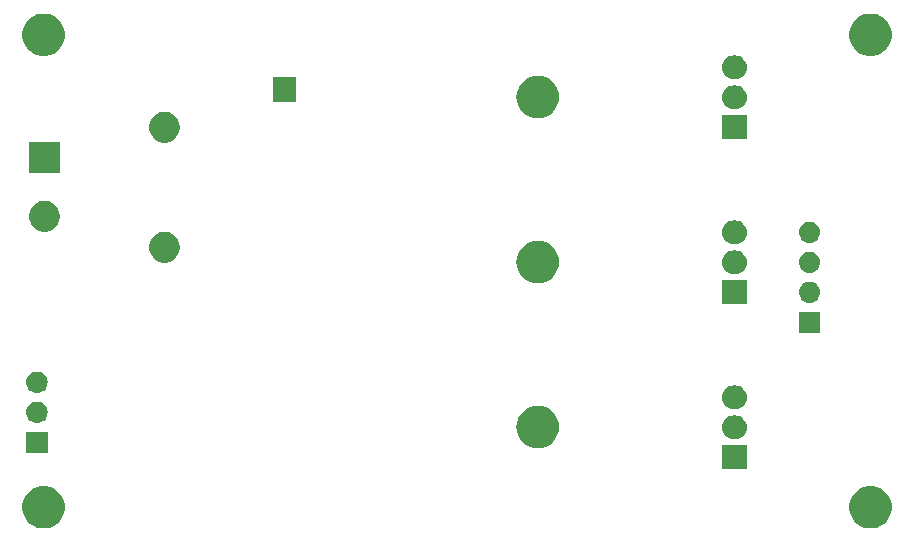
<source format=gbs>
G04 #@! TF.GenerationSoftware,KiCad,Pcbnew,(5.1.0)-1*
G04 #@! TF.CreationDate,2019-04-07T02:16:08+02:00*
G04 #@! TF.ProjectId,WiFiLEDController_FET,57694669-4c45-4444-936f-6e74726f6c6c,rev?*
G04 #@! TF.SameCoordinates,Original*
G04 #@! TF.FileFunction,Soldermask,Bot*
G04 #@! TF.FilePolarity,Negative*
%FSLAX46Y46*%
G04 Gerber Fmt 4.6, Leading zero omitted, Abs format (unit mm)*
G04 Created by KiCad (PCBNEW (5.1.0)-1) date 2019-04-07 02:16:08*
%MOMM*%
%LPD*%
G04 APERTURE LIST*
%ADD10C,0.100000*%
G04 APERTURE END LIST*
D10*
G36*
X221285645Y-112297969D02*
G01*
X221584090Y-112357333D01*
X221911862Y-112493101D01*
X222206849Y-112690205D01*
X222457715Y-112941071D01*
X222654819Y-113236058D01*
X222790587Y-113563830D01*
X222859800Y-113911791D01*
X222859800Y-114266569D01*
X222790587Y-114614530D01*
X222654819Y-114942302D01*
X222457715Y-115237289D01*
X222206849Y-115488155D01*
X221911862Y-115685259D01*
X221584090Y-115821027D01*
X221285645Y-115880391D01*
X221236130Y-115890240D01*
X220881350Y-115890240D01*
X220831835Y-115880391D01*
X220533390Y-115821027D01*
X220205618Y-115685259D01*
X219910631Y-115488155D01*
X219659765Y-115237289D01*
X219462661Y-114942302D01*
X219326893Y-114614530D01*
X219257680Y-114266569D01*
X219257680Y-113911791D01*
X219326893Y-113563830D01*
X219462661Y-113236058D01*
X219659765Y-112941071D01*
X219910631Y-112690205D01*
X220205618Y-112493101D01*
X220533390Y-112357333D01*
X220831835Y-112297969D01*
X220881350Y-112288120D01*
X221236130Y-112288120D01*
X221285645Y-112297969D01*
X221285645Y-112297969D01*
G37*
G36*
X151285785Y-112297969D02*
G01*
X151584230Y-112357333D01*
X151912002Y-112493101D01*
X152206989Y-112690205D01*
X152457855Y-112941071D01*
X152654959Y-113236058D01*
X152790727Y-113563830D01*
X152859940Y-113911791D01*
X152859940Y-114266569D01*
X152790727Y-114614530D01*
X152654959Y-114942302D01*
X152457855Y-115237289D01*
X152206989Y-115488155D01*
X151912002Y-115685259D01*
X151584230Y-115821027D01*
X151285785Y-115880391D01*
X151236270Y-115890240D01*
X150881490Y-115890240D01*
X150831975Y-115880391D01*
X150533530Y-115821027D01*
X150205758Y-115685259D01*
X149910771Y-115488155D01*
X149659905Y-115237289D01*
X149462801Y-114942302D01*
X149327033Y-114614530D01*
X149257820Y-114266569D01*
X149257820Y-113911791D01*
X149327033Y-113563830D01*
X149462801Y-113236058D01*
X149659905Y-112941071D01*
X149910771Y-112690205D01*
X150205758Y-112493101D01*
X150533530Y-112357333D01*
X150831975Y-112297969D01*
X150881490Y-112288120D01*
X151236270Y-112288120D01*
X151285785Y-112297969D01*
X151285785Y-112297969D01*
G37*
G36*
X210601000Y-110858500D02*
G01*
X208499000Y-110858500D01*
X208499000Y-108851500D01*
X210601000Y-108851500D01*
X210601000Y-110858500D01*
X210601000Y-110858500D01*
G37*
G36*
X151396000Y-109486000D02*
G01*
X149594000Y-109486000D01*
X149594000Y-107684000D01*
X151396000Y-107684000D01*
X151396000Y-109486000D01*
X151396000Y-109486000D01*
G37*
G36*
X193066669Y-105522686D02*
G01*
X193243058Y-105540059D01*
X193582548Y-105643042D01*
X193582550Y-105643043D01*
X193895422Y-105810277D01*
X194169661Y-106035339D01*
X194394723Y-106309578D01*
X194438493Y-106391466D01*
X194561958Y-106622452D01*
X194664941Y-106961942D01*
X194699714Y-107315000D01*
X194664941Y-107668058D01*
X194561958Y-108007548D01*
X194561957Y-108007550D01*
X194394723Y-108320422D01*
X194169661Y-108594661D01*
X193895422Y-108819723D01*
X193582550Y-108986957D01*
X193582548Y-108986958D01*
X193243058Y-109089941D01*
X193066669Y-109107314D01*
X192978476Y-109116000D01*
X192801524Y-109116000D01*
X192713331Y-109107314D01*
X192536942Y-109089941D01*
X192197452Y-108986958D01*
X192197450Y-108986957D01*
X191884578Y-108819723D01*
X191610339Y-108594661D01*
X191385277Y-108320422D01*
X191218043Y-108007550D01*
X191218042Y-108007548D01*
X191115059Y-107668058D01*
X191080286Y-107315000D01*
X191115059Y-106961942D01*
X191218042Y-106622452D01*
X191341507Y-106391466D01*
X191385277Y-106309578D01*
X191610339Y-106035339D01*
X191884578Y-105810277D01*
X192197450Y-105643043D01*
X192197452Y-105643042D01*
X192536942Y-105540059D01*
X192713331Y-105522686D01*
X192801524Y-105514000D01*
X192978476Y-105514000D01*
X193066669Y-105522686D01*
X193066669Y-105522686D01*
G37*
G36*
X209695936Y-106316340D02*
G01*
X209794220Y-106326020D01*
X209983381Y-106383401D01*
X210157712Y-106476583D01*
X210310515Y-106601985D01*
X210435917Y-106754788D01*
X210529099Y-106929119D01*
X210586480Y-107118280D01*
X210605855Y-107315000D01*
X210586480Y-107511720D01*
X210529099Y-107700881D01*
X210435917Y-107875212D01*
X210310515Y-108028015D01*
X210157712Y-108153417D01*
X209983381Y-108246599D01*
X209794220Y-108303980D01*
X209695936Y-108313660D01*
X209646795Y-108318500D01*
X209453205Y-108318500D01*
X209404064Y-108313660D01*
X209305780Y-108303980D01*
X209116619Y-108246599D01*
X208942288Y-108153417D01*
X208789485Y-108028015D01*
X208664083Y-107875212D01*
X208570901Y-107700881D01*
X208513520Y-107511720D01*
X208494145Y-107315000D01*
X208513520Y-107118280D01*
X208570901Y-106929119D01*
X208664083Y-106754788D01*
X208789485Y-106601985D01*
X208942288Y-106476583D01*
X209116619Y-106383401D01*
X209305780Y-106326020D01*
X209404064Y-106316340D01*
X209453205Y-106311500D01*
X209646795Y-106311500D01*
X209695936Y-106316340D01*
X209695936Y-106316340D01*
G37*
G36*
X150605443Y-105150519D02*
G01*
X150671627Y-105157037D01*
X150841466Y-105208557D01*
X150997991Y-105292222D01*
X151033729Y-105321552D01*
X151135186Y-105404814D01*
X151203466Y-105488015D01*
X151247778Y-105542009D01*
X151331443Y-105698534D01*
X151382963Y-105868373D01*
X151400359Y-106045000D01*
X151382963Y-106221627D01*
X151331443Y-106391466D01*
X151247778Y-106547991D01*
X151218448Y-106583729D01*
X151135186Y-106685186D01*
X151050374Y-106754788D01*
X150997991Y-106797778D01*
X150841466Y-106881443D01*
X150671627Y-106932963D01*
X150605442Y-106939482D01*
X150539260Y-106946000D01*
X150450740Y-106946000D01*
X150384558Y-106939482D01*
X150318373Y-106932963D01*
X150148534Y-106881443D01*
X149992009Y-106797778D01*
X149939626Y-106754788D01*
X149854814Y-106685186D01*
X149771552Y-106583729D01*
X149742222Y-106547991D01*
X149658557Y-106391466D01*
X149607037Y-106221627D01*
X149589641Y-106045000D01*
X149607037Y-105868373D01*
X149658557Y-105698534D01*
X149742222Y-105542009D01*
X149786534Y-105488015D01*
X149854814Y-105404814D01*
X149956271Y-105321552D01*
X149992009Y-105292222D01*
X150148534Y-105208557D01*
X150318373Y-105157037D01*
X150384558Y-105150518D01*
X150450740Y-105144000D01*
X150539260Y-105144000D01*
X150605443Y-105150519D01*
X150605443Y-105150519D01*
G37*
G36*
X209695936Y-103776340D02*
G01*
X209794220Y-103786020D01*
X209983381Y-103843401D01*
X210157712Y-103936583D01*
X210310515Y-104061985D01*
X210435917Y-104214788D01*
X210529099Y-104389119D01*
X210586480Y-104578280D01*
X210605855Y-104775000D01*
X210586480Y-104971720D01*
X210529099Y-105160881D01*
X210435917Y-105335212D01*
X210310515Y-105488015D01*
X210157712Y-105613417D01*
X209983381Y-105706599D01*
X209794220Y-105763980D01*
X209695936Y-105773660D01*
X209646795Y-105778500D01*
X209453205Y-105778500D01*
X209404064Y-105773660D01*
X209305780Y-105763980D01*
X209116619Y-105706599D01*
X208942288Y-105613417D01*
X208789485Y-105488015D01*
X208664083Y-105335212D01*
X208570901Y-105160881D01*
X208513520Y-104971720D01*
X208494145Y-104775000D01*
X208513520Y-104578280D01*
X208570901Y-104389119D01*
X208664083Y-104214788D01*
X208789485Y-104061985D01*
X208942288Y-103936583D01*
X209116619Y-103843401D01*
X209305780Y-103786020D01*
X209404064Y-103776340D01*
X209453205Y-103771500D01*
X209646795Y-103771500D01*
X209695936Y-103776340D01*
X209695936Y-103776340D01*
G37*
G36*
X150605442Y-102610518D02*
G01*
X150671627Y-102617037D01*
X150841466Y-102668557D01*
X150997991Y-102752222D01*
X151033729Y-102781552D01*
X151135186Y-102864814D01*
X151218448Y-102966271D01*
X151247778Y-103002009D01*
X151331443Y-103158534D01*
X151382963Y-103328373D01*
X151400359Y-103505000D01*
X151382963Y-103681627D01*
X151331443Y-103851466D01*
X151247778Y-104007991D01*
X151218448Y-104043729D01*
X151135186Y-104145186D01*
X151050374Y-104214788D01*
X150997991Y-104257778D01*
X150841466Y-104341443D01*
X150671627Y-104392963D01*
X150605442Y-104399482D01*
X150539260Y-104406000D01*
X150450740Y-104406000D01*
X150384558Y-104399482D01*
X150318373Y-104392963D01*
X150148534Y-104341443D01*
X149992009Y-104257778D01*
X149939626Y-104214788D01*
X149854814Y-104145186D01*
X149771552Y-104043729D01*
X149742222Y-104007991D01*
X149658557Y-103851466D01*
X149607037Y-103681627D01*
X149589641Y-103505000D01*
X149607037Y-103328373D01*
X149658557Y-103158534D01*
X149742222Y-103002009D01*
X149771552Y-102966271D01*
X149854814Y-102864814D01*
X149956271Y-102781552D01*
X149992009Y-102752222D01*
X150148534Y-102668557D01*
X150318373Y-102617037D01*
X150384558Y-102610518D01*
X150450740Y-102604000D01*
X150539260Y-102604000D01*
X150605442Y-102610518D01*
X150605442Y-102610518D01*
G37*
G36*
X216801000Y-99326000D02*
G01*
X214999000Y-99326000D01*
X214999000Y-97524000D01*
X216801000Y-97524000D01*
X216801000Y-99326000D01*
X216801000Y-99326000D01*
G37*
G36*
X210601000Y-96888500D02*
G01*
X208499000Y-96888500D01*
X208499000Y-94881500D01*
X210601000Y-94881500D01*
X210601000Y-96888500D01*
X210601000Y-96888500D01*
G37*
G36*
X216010443Y-94990519D02*
G01*
X216076627Y-94997037D01*
X216246466Y-95048557D01*
X216402991Y-95132222D01*
X216419779Y-95146000D01*
X216540186Y-95244814D01*
X216623448Y-95346271D01*
X216652778Y-95382009D01*
X216736443Y-95538534D01*
X216787963Y-95708373D01*
X216805359Y-95885000D01*
X216787963Y-96061627D01*
X216736443Y-96231466D01*
X216652778Y-96387991D01*
X216623448Y-96423729D01*
X216540186Y-96525186D01*
X216438729Y-96608448D01*
X216402991Y-96637778D01*
X216246466Y-96721443D01*
X216076627Y-96772963D01*
X216010442Y-96779482D01*
X215944260Y-96786000D01*
X215855740Y-96786000D01*
X215789558Y-96779482D01*
X215723373Y-96772963D01*
X215553534Y-96721443D01*
X215397009Y-96637778D01*
X215361271Y-96608448D01*
X215259814Y-96525186D01*
X215176552Y-96423729D01*
X215147222Y-96387991D01*
X215063557Y-96231466D01*
X215012037Y-96061627D01*
X214994641Y-95885000D01*
X215012037Y-95708373D01*
X215063557Y-95538534D01*
X215147222Y-95382009D01*
X215176552Y-95346271D01*
X215259814Y-95244814D01*
X215380221Y-95146000D01*
X215397009Y-95132222D01*
X215553534Y-95048557D01*
X215723373Y-94997037D01*
X215789557Y-94990519D01*
X215855740Y-94984000D01*
X215944260Y-94984000D01*
X216010443Y-94990519D01*
X216010443Y-94990519D01*
G37*
G36*
X193066669Y-91552686D02*
G01*
X193243058Y-91570059D01*
X193582548Y-91673042D01*
X193582550Y-91673043D01*
X193895422Y-91840277D01*
X194169661Y-92065339D01*
X194394723Y-92339578D01*
X194450538Y-92444000D01*
X194561958Y-92652452D01*
X194664941Y-92991942D01*
X194699714Y-93345000D01*
X194664941Y-93698058D01*
X194561958Y-94037548D01*
X194561957Y-94037550D01*
X194394723Y-94350422D01*
X194169661Y-94624661D01*
X193895422Y-94849723D01*
X193582550Y-95016957D01*
X193582548Y-95016958D01*
X193243058Y-95119941D01*
X193118376Y-95132221D01*
X192978476Y-95146000D01*
X192801524Y-95146000D01*
X192661624Y-95132221D01*
X192536942Y-95119941D01*
X192197452Y-95016958D01*
X192197450Y-95016957D01*
X191884578Y-94849723D01*
X191610339Y-94624661D01*
X191385277Y-94350422D01*
X191218043Y-94037550D01*
X191218042Y-94037548D01*
X191115059Y-93698058D01*
X191080286Y-93345000D01*
X191115059Y-92991942D01*
X191218042Y-92652452D01*
X191329462Y-92444000D01*
X191385277Y-92339578D01*
X191610339Y-92065339D01*
X191884578Y-91840277D01*
X192197450Y-91673043D01*
X192197452Y-91673042D01*
X192536942Y-91570059D01*
X192713331Y-91552686D01*
X192801524Y-91544000D01*
X192978476Y-91544000D01*
X193066669Y-91552686D01*
X193066669Y-91552686D01*
G37*
G36*
X209695936Y-92346340D02*
G01*
X209794220Y-92356020D01*
X209983381Y-92413401D01*
X210157712Y-92506583D01*
X210310515Y-92631985D01*
X210435917Y-92784788D01*
X210529099Y-92959119D01*
X210586480Y-93148280D01*
X210605855Y-93345000D01*
X210586480Y-93541720D01*
X210529099Y-93730881D01*
X210435917Y-93905212D01*
X210310515Y-94058015D01*
X210157712Y-94183417D01*
X209983381Y-94276599D01*
X209794220Y-94333980D01*
X209695936Y-94343660D01*
X209646795Y-94348500D01*
X209453205Y-94348500D01*
X209404064Y-94343660D01*
X209305780Y-94333980D01*
X209116619Y-94276599D01*
X208942288Y-94183417D01*
X208789485Y-94058015D01*
X208664083Y-93905212D01*
X208570901Y-93730881D01*
X208513520Y-93541720D01*
X208494145Y-93345000D01*
X208513520Y-93148280D01*
X208570901Y-92959119D01*
X208664083Y-92784788D01*
X208789485Y-92631985D01*
X208942288Y-92506583D01*
X209116619Y-92413401D01*
X209305780Y-92356020D01*
X209404064Y-92346340D01*
X209453205Y-92341500D01*
X209646795Y-92341500D01*
X209695936Y-92346340D01*
X209695936Y-92346340D01*
G37*
G36*
X216010443Y-92450519D02*
G01*
X216076627Y-92457037D01*
X216246466Y-92508557D01*
X216402991Y-92592222D01*
X216438729Y-92621552D01*
X216540186Y-92704814D01*
X216623448Y-92806271D01*
X216652778Y-92842009D01*
X216652779Y-92842011D01*
X216732920Y-92991942D01*
X216736443Y-92998534D01*
X216787963Y-93168373D01*
X216805359Y-93345000D01*
X216787963Y-93521627D01*
X216736443Y-93691466D01*
X216736442Y-93691468D01*
X216715375Y-93730881D01*
X216652778Y-93847991D01*
X216623448Y-93883729D01*
X216540186Y-93985186D01*
X216476379Y-94037550D01*
X216402991Y-94097778D01*
X216246466Y-94181443D01*
X216076627Y-94232963D01*
X216010443Y-94239481D01*
X215944260Y-94246000D01*
X215855740Y-94246000D01*
X215789557Y-94239481D01*
X215723373Y-94232963D01*
X215553534Y-94181443D01*
X215397009Y-94097778D01*
X215323621Y-94037550D01*
X215259814Y-93985186D01*
X215176552Y-93883729D01*
X215147222Y-93847991D01*
X215084625Y-93730881D01*
X215063558Y-93691468D01*
X215063557Y-93691466D01*
X215012037Y-93521627D01*
X214994641Y-93345000D01*
X215012037Y-93168373D01*
X215063557Y-92998534D01*
X215067081Y-92991942D01*
X215147221Y-92842011D01*
X215147222Y-92842009D01*
X215176552Y-92806271D01*
X215259814Y-92704814D01*
X215361271Y-92621552D01*
X215397009Y-92592222D01*
X215553534Y-92508557D01*
X215723373Y-92457037D01*
X215789557Y-92450519D01*
X215855740Y-92444000D01*
X215944260Y-92444000D01*
X216010443Y-92450519D01*
X216010443Y-92450519D01*
G37*
G36*
X161669487Y-90823996D02*
G01*
X161906253Y-90922068D01*
X161906255Y-90922069D01*
X162119339Y-91064447D01*
X162300553Y-91245661D01*
X162433871Y-91445185D01*
X162442932Y-91458747D01*
X162541004Y-91695513D01*
X162591000Y-91946861D01*
X162591000Y-92203139D01*
X162541004Y-92454487D01*
X162459005Y-92652450D01*
X162442931Y-92691255D01*
X162300553Y-92904339D01*
X162119339Y-93085553D01*
X161906255Y-93227931D01*
X161906254Y-93227932D01*
X161906253Y-93227932D01*
X161669487Y-93326004D01*
X161418139Y-93376000D01*
X161161861Y-93376000D01*
X160910513Y-93326004D01*
X160673747Y-93227932D01*
X160673746Y-93227932D01*
X160673745Y-93227931D01*
X160460661Y-93085553D01*
X160279447Y-92904339D01*
X160137069Y-92691255D01*
X160120995Y-92652450D01*
X160038996Y-92454487D01*
X159989000Y-92203139D01*
X159989000Y-91946861D01*
X160038996Y-91695513D01*
X160137068Y-91458747D01*
X160146130Y-91445185D01*
X160279447Y-91245661D01*
X160460661Y-91064447D01*
X160673745Y-90922069D01*
X160673747Y-90922068D01*
X160910513Y-90823996D01*
X161161861Y-90774000D01*
X161418139Y-90774000D01*
X161669487Y-90823996D01*
X161669487Y-90823996D01*
G37*
G36*
X209695936Y-89806340D02*
G01*
X209794220Y-89816020D01*
X209983381Y-89873401D01*
X210157712Y-89966583D01*
X210310515Y-90091985D01*
X210435917Y-90244788D01*
X210529099Y-90419119D01*
X210586480Y-90608280D01*
X210605855Y-90805000D01*
X210586480Y-91001720D01*
X210529099Y-91190881D01*
X210435917Y-91365212D01*
X210310515Y-91518015D01*
X210157712Y-91643417D01*
X209983381Y-91736599D01*
X209794220Y-91793980D01*
X209695936Y-91803660D01*
X209646795Y-91808500D01*
X209453205Y-91808500D01*
X209404064Y-91803660D01*
X209305780Y-91793980D01*
X209116619Y-91736599D01*
X208942288Y-91643417D01*
X208789485Y-91518015D01*
X208664083Y-91365212D01*
X208570901Y-91190881D01*
X208513520Y-91001720D01*
X208494145Y-90805000D01*
X208513520Y-90608280D01*
X208570901Y-90419119D01*
X208664083Y-90244788D01*
X208789485Y-90091985D01*
X208942288Y-89966583D01*
X209116619Y-89873401D01*
X209305780Y-89816020D01*
X209404064Y-89806340D01*
X209453205Y-89801500D01*
X209646795Y-89801500D01*
X209695936Y-89806340D01*
X209695936Y-89806340D01*
G37*
G36*
X216010442Y-89910518D02*
G01*
X216076627Y-89917037D01*
X216246466Y-89968557D01*
X216402991Y-90052222D01*
X216438729Y-90081552D01*
X216540186Y-90164814D01*
X216623448Y-90266271D01*
X216652778Y-90302009D01*
X216736443Y-90458534D01*
X216787963Y-90628373D01*
X216805359Y-90805000D01*
X216787963Y-90981627D01*
X216736443Y-91151466D01*
X216652778Y-91307991D01*
X216623448Y-91343729D01*
X216540186Y-91445186D01*
X216451442Y-91518015D01*
X216402991Y-91557778D01*
X216246466Y-91641443D01*
X216076627Y-91692963D01*
X216010442Y-91699482D01*
X215944260Y-91706000D01*
X215855740Y-91706000D01*
X215789558Y-91699482D01*
X215723373Y-91692963D01*
X215553534Y-91641443D01*
X215397009Y-91557778D01*
X215348558Y-91518015D01*
X215259814Y-91445186D01*
X215176552Y-91343729D01*
X215147222Y-91307991D01*
X215063557Y-91151466D01*
X215012037Y-90981627D01*
X214994641Y-90805000D01*
X215012037Y-90628373D01*
X215063557Y-90458534D01*
X215147222Y-90302009D01*
X215176552Y-90266271D01*
X215259814Y-90164814D01*
X215361271Y-90081552D01*
X215397009Y-90052222D01*
X215553534Y-89968557D01*
X215723373Y-89917037D01*
X215789558Y-89910518D01*
X215855740Y-89904000D01*
X215944260Y-89904000D01*
X216010442Y-89910518D01*
X216010442Y-89910518D01*
G37*
G36*
X151509487Y-88203996D02*
G01*
X151746253Y-88302068D01*
X151746255Y-88302069D01*
X151959339Y-88444447D01*
X152140553Y-88625661D01*
X152282932Y-88838747D01*
X152381004Y-89075513D01*
X152431000Y-89326861D01*
X152431000Y-89583139D01*
X152381004Y-89834487D01*
X152290815Y-90052221D01*
X152282931Y-90071255D01*
X152140553Y-90284339D01*
X151959339Y-90465553D01*
X151746255Y-90607931D01*
X151746254Y-90607932D01*
X151746253Y-90607932D01*
X151509487Y-90706004D01*
X151258139Y-90756000D01*
X151001861Y-90756000D01*
X150750513Y-90706004D01*
X150513747Y-90607932D01*
X150513746Y-90607932D01*
X150513745Y-90607931D01*
X150300661Y-90465553D01*
X150119447Y-90284339D01*
X149977069Y-90071255D01*
X149969185Y-90052221D01*
X149878996Y-89834487D01*
X149829000Y-89583139D01*
X149829000Y-89326861D01*
X149878996Y-89075513D01*
X149977068Y-88838747D01*
X150119447Y-88625661D01*
X150300661Y-88444447D01*
X150513745Y-88302069D01*
X150513747Y-88302068D01*
X150750513Y-88203996D01*
X151001861Y-88154000D01*
X151258139Y-88154000D01*
X151509487Y-88203996D01*
X151509487Y-88203996D01*
G37*
G36*
X152431000Y-85756000D02*
G01*
X149829000Y-85756000D01*
X149829000Y-83154000D01*
X152431000Y-83154000D01*
X152431000Y-85756000D01*
X152431000Y-85756000D01*
G37*
G36*
X161669487Y-80663996D02*
G01*
X161906253Y-80762068D01*
X161906255Y-80762069D01*
X162119339Y-80904447D01*
X162300553Y-81085661D01*
X162360916Y-81176000D01*
X162442932Y-81298747D01*
X162541004Y-81535513D01*
X162591000Y-81786861D01*
X162591000Y-82043139D01*
X162541004Y-82294487D01*
X162442932Y-82531253D01*
X162442931Y-82531255D01*
X162300553Y-82744339D01*
X162119339Y-82925553D01*
X161906255Y-83067931D01*
X161906254Y-83067932D01*
X161906253Y-83067932D01*
X161669487Y-83166004D01*
X161418139Y-83216000D01*
X161161861Y-83216000D01*
X160910513Y-83166004D01*
X160673747Y-83067932D01*
X160673746Y-83067932D01*
X160673745Y-83067931D01*
X160460661Y-82925553D01*
X160279447Y-82744339D01*
X160137069Y-82531255D01*
X160137068Y-82531253D01*
X160038996Y-82294487D01*
X159989000Y-82043139D01*
X159989000Y-81786861D01*
X160038996Y-81535513D01*
X160137068Y-81298747D01*
X160219085Y-81176000D01*
X160279447Y-81085661D01*
X160460661Y-80904447D01*
X160673745Y-80762069D01*
X160673747Y-80762068D01*
X160910513Y-80663996D01*
X161161861Y-80614000D01*
X161418139Y-80614000D01*
X161669487Y-80663996D01*
X161669487Y-80663996D01*
G37*
G36*
X210601000Y-82918500D02*
G01*
X208499000Y-82918500D01*
X208499000Y-80911500D01*
X210601000Y-80911500D01*
X210601000Y-82918500D01*
X210601000Y-82918500D01*
G37*
G36*
X193066669Y-77582686D02*
G01*
X193243058Y-77600059D01*
X193582548Y-77703042D01*
X193582550Y-77703043D01*
X193895422Y-77870277D01*
X194169661Y-78095339D01*
X194394723Y-78369578D01*
X194508800Y-78583000D01*
X194561958Y-78682452D01*
X194664941Y-79021942D01*
X194699714Y-79375000D01*
X194664941Y-79728058D01*
X194561958Y-80067548D01*
X194561957Y-80067550D01*
X194394723Y-80380422D01*
X194169661Y-80654661D01*
X193895422Y-80879723D01*
X193582550Y-81046957D01*
X193582548Y-81046958D01*
X193243058Y-81149941D01*
X193066669Y-81167314D01*
X192978476Y-81176000D01*
X192801524Y-81176000D01*
X192713331Y-81167314D01*
X192536942Y-81149941D01*
X192197452Y-81046958D01*
X192197450Y-81046957D01*
X191884578Y-80879723D01*
X191610339Y-80654661D01*
X191385277Y-80380422D01*
X191218043Y-80067550D01*
X191218042Y-80067548D01*
X191115059Y-79728058D01*
X191080286Y-79375000D01*
X191115059Y-79021942D01*
X191218042Y-78682452D01*
X191271200Y-78583000D01*
X191385277Y-78369578D01*
X191610339Y-78095339D01*
X191884578Y-77870277D01*
X192197450Y-77703043D01*
X192197452Y-77703042D01*
X192536942Y-77600059D01*
X192713331Y-77582686D01*
X192801524Y-77574000D01*
X192978476Y-77574000D01*
X193066669Y-77582686D01*
X193066669Y-77582686D01*
G37*
G36*
X209695936Y-78376340D02*
G01*
X209794220Y-78386020D01*
X209983381Y-78443401D01*
X210157712Y-78536583D01*
X210310515Y-78661985D01*
X210435917Y-78814788D01*
X210529099Y-78989119D01*
X210586480Y-79178280D01*
X210605855Y-79375000D01*
X210586480Y-79571720D01*
X210529099Y-79760881D01*
X210435917Y-79935212D01*
X210310515Y-80088015D01*
X210157712Y-80213417D01*
X209983381Y-80306599D01*
X209794220Y-80363980D01*
X209695936Y-80373660D01*
X209646795Y-80378500D01*
X209453205Y-80378500D01*
X209404064Y-80373660D01*
X209305780Y-80363980D01*
X209116619Y-80306599D01*
X208942288Y-80213417D01*
X208789485Y-80088015D01*
X208664083Y-79935212D01*
X208570901Y-79760881D01*
X208513520Y-79571720D01*
X208494145Y-79375000D01*
X208513520Y-79178280D01*
X208570901Y-78989119D01*
X208664083Y-78814788D01*
X208789485Y-78661985D01*
X208942288Y-78536583D01*
X209116619Y-78443401D01*
X209305780Y-78386020D01*
X209404064Y-78376340D01*
X209453205Y-78371500D01*
X209646795Y-78371500D01*
X209695936Y-78376340D01*
X209695936Y-78376340D01*
G37*
G36*
X172415000Y-79790000D02*
G01*
X170485000Y-79790000D01*
X170485000Y-77690000D01*
X172415000Y-77690000D01*
X172415000Y-79790000D01*
X172415000Y-79790000D01*
G37*
G36*
X209695936Y-75836340D02*
G01*
X209794220Y-75846020D01*
X209983381Y-75903401D01*
X210157712Y-75996583D01*
X210310515Y-76121985D01*
X210435917Y-76274788D01*
X210529099Y-76449119D01*
X210586480Y-76638280D01*
X210605855Y-76835000D01*
X210586480Y-77031720D01*
X210529099Y-77220881D01*
X210435917Y-77395212D01*
X210310515Y-77548015D01*
X210157712Y-77673417D01*
X209983381Y-77766599D01*
X209794220Y-77823980D01*
X209695936Y-77833660D01*
X209646795Y-77838500D01*
X209453205Y-77838500D01*
X209404064Y-77833660D01*
X209305780Y-77823980D01*
X209116619Y-77766599D01*
X208942288Y-77673417D01*
X208789485Y-77548015D01*
X208664083Y-77395212D01*
X208570901Y-77220881D01*
X208513520Y-77031720D01*
X208494145Y-76835000D01*
X208513520Y-76638280D01*
X208570901Y-76449119D01*
X208664083Y-76274788D01*
X208789485Y-76121985D01*
X208942288Y-75996583D01*
X209116619Y-75903401D01*
X209305780Y-75846020D01*
X209404064Y-75836340D01*
X209453205Y-75831500D01*
X209646795Y-75831500D01*
X209695936Y-75836340D01*
X209695936Y-75836340D01*
G37*
G36*
X151285785Y-72298049D02*
G01*
X151584230Y-72357413D01*
X151912002Y-72493181D01*
X152206989Y-72690285D01*
X152457855Y-72941151D01*
X152654959Y-73236138D01*
X152790727Y-73563910D01*
X152859940Y-73911871D01*
X152859940Y-74266649D01*
X152790727Y-74614610D01*
X152654959Y-74942382D01*
X152457855Y-75237369D01*
X152206989Y-75488235D01*
X151912002Y-75685339D01*
X151584230Y-75821107D01*
X151285785Y-75880471D01*
X151236270Y-75890320D01*
X150881490Y-75890320D01*
X150831975Y-75880471D01*
X150533530Y-75821107D01*
X150205758Y-75685339D01*
X149910771Y-75488235D01*
X149659905Y-75237369D01*
X149462801Y-74942382D01*
X149327033Y-74614610D01*
X149257820Y-74266649D01*
X149257820Y-73911871D01*
X149327033Y-73563910D01*
X149462801Y-73236138D01*
X149659905Y-72941151D01*
X149910771Y-72690285D01*
X150205758Y-72493181D01*
X150533530Y-72357413D01*
X150831975Y-72298049D01*
X150881490Y-72288200D01*
X151236270Y-72288200D01*
X151285785Y-72298049D01*
X151285785Y-72298049D01*
G37*
G36*
X221285645Y-72298049D02*
G01*
X221584090Y-72357413D01*
X221911862Y-72493181D01*
X222206849Y-72690285D01*
X222457715Y-72941151D01*
X222654819Y-73236138D01*
X222790587Y-73563910D01*
X222859800Y-73911871D01*
X222859800Y-74266649D01*
X222790587Y-74614610D01*
X222654819Y-74942382D01*
X222457715Y-75237369D01*
X222206849Y-75488235D01*
X221911862Y-75685339D01*
X221584090Y-75821107D01*
X221285645Y-75880471D01*
X221236130Y-75890320D01*
X220881350Y-75890320D01*
X220831835Y-75880471D01*
X220533390Y-75821107D01*
X220205618Y-75685339D01*
X219910631Y-75488235D01*
X219659765Y-75237369D01*
X219462661Y-74942382D01*
X219326893Y-74614610D01*
X219257680Y-74266649D01*
X219257680Y-73911871D01*
X219326893Y-73563910D01*
X219462661Y-73236138D01*
X219659765Y-72941151D01*
X219910631Y-72690285D01*
X220205618Y-72493181D01*
X220533390Y-72357413D01*
X220831835Y-72298049D01*
X220881350Y-72288200D01*
X221236130Y-72288200D01*
X221285645Y-72298049D01*
X221285645Y-72298049D01*
G37*
M02*

</source>
